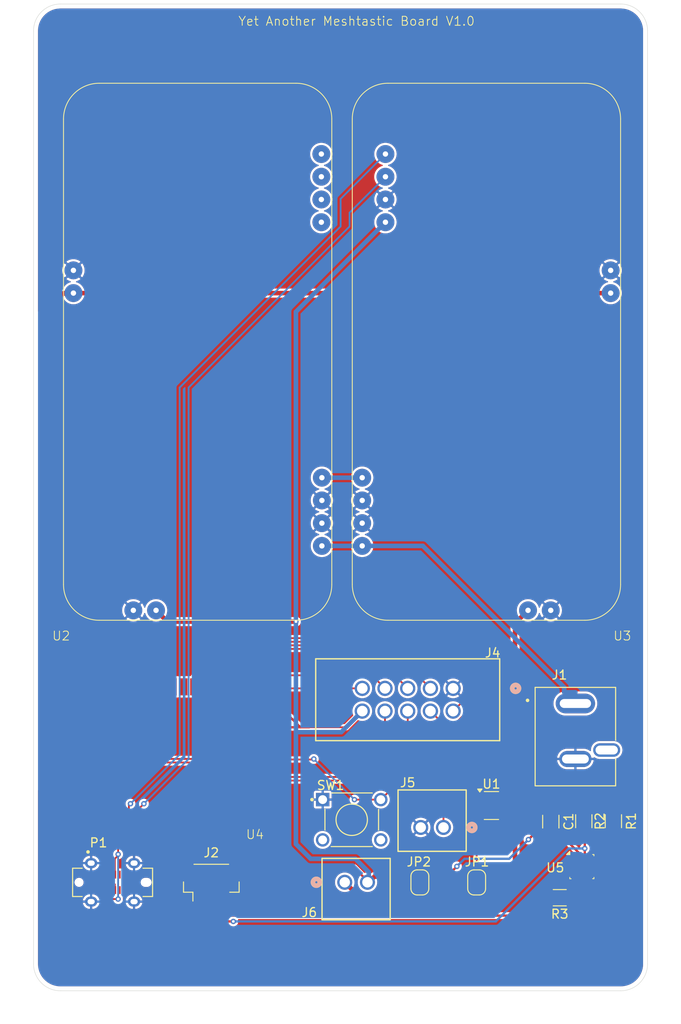
<source format=kicad_pcb>
(kicad_pcb (version 20241229) (generator "pcbnew") (generator_version "9.0")
  (layers (0 "F.Cu" signal) (2 "B.Cu" signal) (13 "F.Paste" user) (15 "B.Paste" user) (5 "F.SilkS" user "F.Silkscreen") (7 "B.SilkS" user "B.Silkscreen") (1 "F.Mask" user) (3 "B.Mask" user) (25 "Edge.Cuts" user))
  (net 0 "")
  (net 2 "+3.3V")
  (net 3 "GND")
  (net 5 "RESET")
  (net 6 "SDA")
  (net 7 "SCL")
  (net 8 "AIN2")
  (net 9 "SW2")
  (net 10 "LED2")
  (net 11 "LED1")
  (net 12 "AIN3")
  (net 13 "SW1")
  (net 14 "7-20V")
  (net 15 "USB-")
  (net 16 "UART_TX")
  (net 17 "USB+")
  (net 18 "UAART_RX")
  (net 21 "+BATT")
  (net 34 "/WATCHDOG")
  (net 39 "THRU")
  (net 52 "3V3")
  (net 53 "VBUS")
  (net 57 "/BMEADDRESS")
  (footprint "Resistor_SMD:R_1206_3216Metric_Pad1.30x1.75mm_HandSolder" (layer "F.Cu") (at 168.19 103.8 -90)
    (property "Reference" "R2" (at 0 -1.81 90) (layer "F.SilkS"))
    (property "Value" "4.7K")
    (pad "1" smd roundrect (at -1.55 0 270) (size 1.3 1.75) (layers "F.Cu" "F.Mask" "F.Paste") (roundrect_rratio 0.192308) (net 52 "3V3"))
    (pad "2" smd roundrect (at 1.55 0 270) (size 1.3 1.75) (layers "F.Cu" "F.Mask" "F.Paste") (roundrect_rratio 0.192308) (net 6 "SDA"))
  )
  (footprint "Andy_Footprints:Voltaic_MCSBC" (layer "F.Cu") (at 141.0115 82.35 180)
    (property "Reference" "U2" (at 31.2615 -0.75 0) (layer "F.SilkS") (effects (font (thickness 0.1))))
    (property "Value" "MCSBC")
    (pad "1" thru_hole circle (at 29.891999 37.551999 180) (size 2 2) (drill 0.6) (layers "*.Cu" "*.Mask") (net 21 "+BATT"))
    (pad "2" thru_hole circle (at 29.891999 40.091999 180) (size 2 2) (drill 0.6) (layers "*.Cu" "*.Mask") (net 3 "GND"))
    (pad "3" thru_hole circle (at 23.191999 2.107999 180) (size 2 2) (drill 0.6) (layers "*.Cu" "*.Mask") (net 3 "GND"))
    (pad "4" thru_hole circle (at 20.651999 2.107999 180) (size 2 2) (drill 0.6) (layers "*.Cu" "*.Mask") (net 52 "3V3"))
    (pad "5" thru_hole circle (at 2.107999 9.307999 180) (size 2 2) (drill 0.6) (layers "*.Cu" "*.Mask") (net 14 "7-20V"))
    (pad "6" thru_hole circle (at 2.107999 14.387999 180) (size 2 2) (drill 0.6) (layers "*.Cu" "*.Mask") (net 3 "GND"))
    (pad "7" thru_hole circle (at 2.107999 11.847999 180) (size 2 2) (drill 0.6) (layers "*.Cu" "*.Mask") (net 3 "GND"))
    (pad "8" thru_hole circle (at 2.107999 16.927999 180) (size 2 2) (drill 0.6) (layers "*.Cu" "*.Mask") (net 39 "THRU"))
    (pad "9" thru_hole circle (at 2.167999 45.471999 180) (size 2 2) (drill 0.6) (layers "*.Cu" "*.Mask"))
    (pad "10" thru_hole circle (at 2.167999 48.011999 180) (size 2 2) (drill 0.6) (layers "*.Cu" "*.Mask"))
    (pad "11" thru_hole circle (at 2.167999 50.551999 180) (size 2 2) (drill 0.6) (layers "*.Cu" "*.Mask"))
    (pad "12" thru_hole circle (at 2.167999 53.091999 180) (size 2 2) (drill 0.6) (layers "*.Cu" "*.Mask"))
  )
  (footprint "Capacitor_SMD:C_1206_3216Metric_Pad1.33x1.80mm_HandSolder" (layer "F.Cu") (at 164.5 103.85 90)
    (property "Reference" "C1" (at 0 2 90) (layer "F.SilkS"))
    (property "Value" "100n")
    (pad "1" smd roundrect (at -1.5625 0 90) (size 1.325 1.8) (layers "F.Cu" "F.Mask" "F.Paste") (roundrect_rratio 0.188679) (net 52 "3V3"))
    (pad "2" smd roundrect (at 1.5625 0 90) (size 1.325 1.8) (layers "F.Cu" "F.Mask" "F.Paste") (roundrect_rratio 0.188679) (net 3 "GND"))
  )
  (footprint "Andy_Footprints:SAMESKY_UJ20-C-V-G-SMT-P16-TR" (layer "F.Cu") (at 115.5 110.635)
    (property "Reference" "P1" (at -1.575 -4.425 0) (layer "F.SilkS"))
    (property "Value" "USB_C_Plug_USB2.0")
    (pad "" np_thru_hole circle (at -3.75 0) (size 0.52 0.52) (drill 0.52) (layers "*.Cu" "*.Mask"))
    (pad "" np_thru_hole circle (at 3.75 0) (size 0.52 0.52) (drill oval 0.725 0.52) (layers "*.Cu" "*.Mask"))
    (pad "A1" smd rect (at -2.75 -0.865) (size 0.3 0.87) (layers "F.Cu" "F.Mask" "F.Paste") (net 3 "GND"))
    (pad "A4" smd rect (at -1.25 -0.865) (size 0.3 0.87) (layers "F.Cu" "F.Mask" "F.Paste") (net 53 "VBUS"))
    (pad "A5" smd rect (at -0.75 -0.865) (size 0.3 0.87) (layers "F.Cu" "F.Mask" "F.Paste"))
    (pad "A6" smd rect (at -0.25 -0.865) (size 0.3 0.87) (layers "F.Cu" "F.Mask" "F.Paste") (net 15 "USB-"))
    (pad "A7" smd rect (at 0.25 -0.865) (size 0.3 0.87) (layers "F.Cu" "F.Mask" "F.Paste") (net 17 "USB+"))
    (pad "A8" smd rect (at 0.75 -0.865) (size 0.3 0.87) (layers "F.Cu" "F.Mask" "F.Paste"))
    (pad "A9" smd rect (at 1.25 -0.865) (size 0.3 0.87) (layers "F.Cu" "F.Mask" "F.Paste") (net 53 "VBUS"))
    (pad "A12" smd rect (at 2.75 -0.865) (size 0.3 0.87) (layers "F.Cu" "F.Mask" "F.Paste") (net 3 "GND"))
    (pad "B1" smd rect (at 2.75 0.865) (size 0.3 0.87) (layers "F.Cu" "F.Mask" "F.Paste") (net 3 "GND"))
    (pad "B4" smd rect (at 1.25 0.865) (size 0.3 0.87) (layers "F.Cu" "F.Mask" "F.Paste") (net 53 "VBUS"))
    (pad "B5" smd rect (at 0.75 0.865) (size 0.3 0.87) (layers "F.Cu" "F.Mask" "F.Paste"))
    (pad "B6" smd rect (at 0.25 0.865) (size 0.3 0.87) (layers "F.Cu" "F.Mask" "F.Paste") (net 15 "USB-"))
    (pad "B7" smd rect (at -0.25 0.865) (size 0.3 0.87) (layers "F.Cu" "F.Mask" "F.Paste") (net 17 "USB+"))
    (pad "B8" smd rect (at -0.75 0.865) (size 0.3 0.87) (layers "F.Cu" "F.Mask" "F.Paste"))
    (pad "B9" smd rect (at -1.25 0.865) (size 0.3 0.87) (layers "F.Cu" "F.Mask" "F.Paste") (net 53 "VBUS"))
    (pad "B12" smd rect (at -2.75 0.865) (size 0.3 0.87) (layers "F.Cu" "F.Mask" "F.Paste") (net 3 "GND"))
    (pad "SH1" thru_hole custom (at -2.4 -2.15) (size 1.1 1.1) (drill oval 0.8 0.6) (layers "*.Cu") (net 3 "GND") (options (clearance outline) (anchor circle)) (primitives (gr_poly (pts (xy 0 -0.55) (xy -0.125 -0.55) (xy -0.154 -0.549) (xy -0.182 -0.547) (xy -0.211 -0.543) (xy -0.239 -0.538) (xy -0.267 -0.531) (xy -0.295 -0.523) (xy -0.322 -0.513) (xy -0.349 -0.502) (xy -0.375 -0.49) (xy -0.4 -0.476) (xy -0.425 -0.461) (xy -0.448 -0.445) (xy -0.471 -0.427) (xy -0.493 -0.409) (xy -0.514 -0.389) (xy -0.534 -0.368) (xy -0.552 -0.346) (xy -0.57 -0.323) (xy -0.586 -0.3) (xy -0.601 -0.275) (xy -0.615 -0.25) (xy -0.627 -0.224) (xy -0.638 -0.197) (xy -0.648 -0.17) (xy -0.656 -0.142) (xy -0.663 -0.114) (xy -0.668 -0.086) (xy -0.672 -0.057) (xy -0.674 -0.029) (xy -0.675 0) (xy -0.674 0.029) (xy -0.672 0.057) (xy -0.668 0.086) (xy -0.663 0.114) (xy -0.656 0.142) (xy -0.648 0.17) (xy -0.638 0.197) (xy -0.627 0.224) (xy -0.615 0.25) (xy -0.601 0.275) (xy -0.586 0.3) (xy -0.57 0.323) (xy -0.552 0.346) (xy -0.534 0.368) (xy -0.514 0.389) (xy -0.493 0.409) (xy -0.471 0.427) (xy -0.448 0.445) (xy -0.425 0.461) (xy -0.4 0.476) (xy -0.375 0.49) (xy -0.349 0.502) (xy -0.322 0.513) (xy -0.295 0.523) (xy -0.267 0.531) (xy -0.239 0.538) (xy -0.211 0.543) (xy -0.182 0.547) (xy -0.154 0.549) (xy -0.125 0.55) (xy 0 0.55) (xy 0.125 0.55) (xy 0.154 0.549) (xy 0.182 0.547) (xy 0.211 0.543) (xy 0.239 0.538) (xy 0.267 0.531) (xy 0.295 0.523) (xy 0.322 0.513) (xy 0.349 0.502) (xy 0.375 0.49) (xy 0.4 0.476) (xy 0.425 0.461) (xy 0.448 0.445) (xy 0.471 0.427) (xy 0.493 0.409) (xy 0.514 0.389) (xy 0.534 0.368) (xy 0.552 0.346) (xy 0.57 0.323) (xy 0.586 0.3) (xy 0.601 0.275) (xy 0.615 0.25) (xy 0.627 0.224) (xy 0.638 0.197) (xy 0.648 0.17) (xy 0.656 0.142) (xy 0.663 0.114) (xy 0.668 0.086) (xy 0.672 0.057) (xy 0.674 0.029) (xy 0.675 0) (xy 0.674 -0.029) (xy 0.672 -0.057) (xy 0.668 -0.086) (xy 0.663 -0.114) (xy 0.656 -0.142) (xy 0.648 -0.17) (xy 0.638 -0.197) (xy 0.627 -0.224) (xy 0.615 -0.25) (xy 0.601 -0.275) (xy 0.586 -0.3) (xy 0.57 -0.323) (xy 0.552 -0.346) (xy 0.534 -0.368) (xy 0.514 -0.389) (xy 0.493 -0.409) (xy 0.471 -0.427) (xy 0.448 -0.445) (xy 0.425 -0.461) (xy 0.4 -0.476) (xy 0.375 -0.49) (xy 0.349 -0.502) (xy 0.322 -0.513) (xy 0.295 -0.523) (xy 0.267 -0.531) (xy 0.239 -0.538) (xy 0.211 -0.543) (xy 0.182 -0.547) (xy 0.154 -0.549) (xy 0.125 -0.55) (xy 0 -0.55)) (width 0.01) (fill yes))))
    (pad "SH2" thru_hole custom (at 2.4 -2.15) (size 1.1 1.1) (drill oval 0.8 0.6) (layers "*.Cu") (net 3 "GND") (options (clearance outline) (anchor circle)) (primitives (gr_poly (pts (xy 0 -0.55) (xy -0.125 -0.55) (xy -0.154 -0.549) (xy -0.182 -0.547) (xy -0.211 -0.543) (xy -0.239 -0.538) (xy -0.267 -0.531) (xy -0.295 -0.523) (xy -0.322 -0.513) (xy -0.349 -0.502) (xy -0.375 -0.49) (xy -0.4 -0.476) (xy -0.425 -0.461) (xy -0.448 -0.445) (xy -0.471 -0.427) (xy -0.493 -0.409) (xy -0.514 -0.389) (xy -0.534 -0.368) (xy -0.552 -0.346) (xy -0.57 -0.323) (xy -0.586 -0.3) (xy -0.601 -0.275) (xy -0.615 -0.25) (xy -0.627 -0.224) (xy -0.638 -0.197) (xy -0.648 -0.17) (xy -0.656 -0.142) (xy -0.663 -0.114) (xy -0.668 -0.086) (xy -0.672 -0.057) (xy -0.674 -0.029) (xy -0.675 0) (xy -0.674 0.029) (xy -0.672 0.057) (xy -0.668 0.086) (xy -0.663 0.114) (xy -0.656 0.142) (xy -0.648 0.17) (xy -0.638 0.197) (xy -0.627 0.224) (xy -0.615 0.25) (xy -0.601 0.275) (xy -0.586 0.3) (xy -0.57 0.323) (xy -0.552 0.346) (xy -0.534 0.368) (xy -0.514 0.389) (xy -0.493 0.409) (xy -0.471 0.427) (xy -0.448 0.445) (xy -0.425 0.461) (xy -0.4 0.476) (xy -0.375 0.49) (xy -0.349 0.502) (xy -0.322 0.513) (xy -0.295 0.523) (xy -0.267 0.531) (xy -0.239 0.538) (xy -0.211 0.543) (xy -0.182 0.547) (xy -0.154 0.549) (xy -0.125 0.55) (xy 0 0.55) (xy 0.125 0.55) (xy 0.154 0.549) (xy 0.182 0.547) (xy 0.211 0.543) (xy 0.239 0.538) (xy 0.267 0.531) (xy 0.295 0.523) (xy 0.322 0.513) (xy 0.349 0.502) (xy 0.375 0.49) (xy 0.4 0.476) (xy 0.425 0.461) (xy 0.448 0.445) (xy 0.471 0.427) (xy 0.493 0.409) (xy 0.514 0.389) (xy 0.534 0.368) (xy 0.552 0.346) (xy 0.57 0.323) (xy 0.586 0.3) (xy 0.601 0.275) (xy 0.615 0.25) (xy 0.627 0.224) (xy 0.638 0.197) (xy 0.648 0.17) (xy 0.656 0.142) (xy 0.663 0.114) (xy 0.668 0.086) (xy 0.672 0.057) (xy 0.674 0.029) (xy 0.675 0) (xy 0.674 -0.029) (xy 0.672 -0.057) (xy 0.668 -0.086) (xy 0.663 -0.114) (xy 0.656 -0.142) (xy 0.648 -0.17) (xy 0.638 -0.197) (xy 0.627 -0.224) (xy 0.615 -0.25) (xy 0.601 -0.275) (xy 0.586 -0.3) (xy 0.57 -0.323) (xy 0.552 -0.346) (xy 0.534 -0.368) (xy 0.514 -0.389) (xy 0.493 -0.409) (xy 0.471 -0.427) (xy 0.448 -0.445) (xy 0.425 -0.461) (xy 0.4 -0.476) (xy 0.375 -0.49) (xy 0.349 -0.502) (xy 0.322 -0.513) (xy 0.295 -0.523) (xy 0.267 -0.531) (xy 0.239 -0.538) (xy 0.211 -0.543) (xy 0.182 -0.547) (xy 0.154 -0.549) (xy 0.125 -0.55) (xy 0 -0.55)) (width 0.01) (fill yes))))
    (pad "SH3" thru_hole custom (at -2.4 2.15) (size 1.1 1.1) (drill oval 0.8 0.6) (layers "*.Cu") (net 3 "GND") (options (clearance outline) (anchor circle)) (primitives (gr_poly (pts (xy 0 -0.55) (xy -0.125 -0.55) (xy -0.154 -0.549) (xy -0.182 -0.547) (xy -0.211 -0.543) (xy -0.239 -0.538) (xy -0.267 -0.531) (xy -0.295 -0.523) (xy -0.322 -0.513) (xy -0.349 -0.502) (xy -0.375 -0.49) (xy -0.4 -0.476) (xy -0.425 -0.461) (xy -0.448 -0.445) (xy -0.471 -0.427) (xy -0.493 -0.409) (xy -0.514 -0.389) (xy -0.534 -0.368) (xy -0.552 -0.346) (xy -0.57 -0.323) (xy -0.586 -0.3) (xy -0.601 -0.275) (xy -0.615 -0.25) (xy -0.627 -0.224) (xy -0.638 -0.197) (xy -0.648 -0.17) (xy -0.656 -0.142) (xy -0.663 -0.114) (xy -0.668 -0.086) (xy -0.672 -0.057) (xy -0.674 -0.029) (xy -0.675 0) (xy -0.674 0.029) (xy -0.672 0.057) (xy -0.668 0.086) (xy -0.663 0.114) (xy -0.656 0.142) (xy -0.648 0.17) (xy -0.638 0.197) (xy -0.627 0.224) (xy -0.615 0.25) (xy -0.601 0.275) (xy -0.586 0.3) (xy -0.57 0.323) (xy -0.552 0.346) (xy -0.534 0.368) (xy -0.514 0.389) (xy -0.493 0.409) (xy -0.471 0.427) (xy -0.448 0.445) (xy -0.425 0.461) (xy -0.4 0.476) (xy -0.375 0.49) (xy -0.349 0.502) (xy -0.322 0.513) (xy -0.295 0.523) (xy -0.267 0.531) (xy -0.239 0.538) (xy -0.211 0.543) (xy -0.182 0.547) (xy -0.154 0.549) (xy -0.125 0.55) (xy 0 0.55) (xy 0.125 0.55) (xy 0.154 0.549) (xy 0.182 0.547) (xy 0.211 0.543) (xy 0.239 0.538) (xy 0.267 0.531) (xy 0.295 0.523) (xy 0.322 0.513) (xy 0.349 0.502) (xy 0.375 0.49) (xy 0.4 0.476) (xy 0.425 0.461) (xy 0.448 0.445) (xy 0.471 0.427) (xy 0.493 0.409) (xy 0.514 0.389) (xy 0.534 0.368) (xy 0.552 0.346) (xy 0.57 0.323) (xy 0.586 0.3) (xy 0.601 0.275) (xy 0.615 0.25) (xy 0.627 0.224) (xy 0.638 0.197) (xy 0.648 0.17) (xy 0.656 0.142) (xy 0.663 0.114) (xy 0.668 0.086) (xy 0.672 0.057) (xy 0.674 0.029) (xy 0.675 0) (xy 0.674 -0.029) (xy 0.672 -0.057) (xy 0.668 -0.086) (xy 0.663 -0.114) (xy 0.656 -0.142) (xy 0.648 -0.17) (xy 0.638 -0.197) (xy 0.627 -0.224) (xy 0.615 -0.25) (xy 0.601 -0.275) (xy 0.586 -0.3) (xy 0.57 -0.323) (xy 0.552 -0.346) (xy 0.534 -0.368) (xy 0.514 -0.389) (xy 0.493 -0.409) (xy 0.471 -0.427) (xy 0.448 -0.445) (xy 0.425 -0.461) (xy 0.4 -0.476) (xy 0.375 -0.49) (xy 0.349 -0.502) (xy 0.322 -0.513) (xy 0.295 -0.523) (xy 0.267 -0.531) (xy 0.239 -0.538) (xy 0.211 -0.543) (xy 0.182 -0.547) (xy 0.154 -0.549) (xy 0.125 -0.55) (xy 0 -0.55)) (width 0.01) (fill yes))))
    (pad "SH4" thru_hole custom (at 2.4 2.15) (size 1.1 1.1) (drill oval 0.8 0.6) (layers "*.Cu") (net 3 "GND") (options (clearance outline) (anchor circle)) (primitives (gr_poly (pts (xy 0 -0.55) (xy -0.125 -0.55) (xy -0.154 -0.549) (xy -0.182 -0.547) (xy -0.211 -0.543) (xy -0.239 -0.538) (xy -0.267 -0.531) (xy -0.295 -0.523) (xy -0.322 -0.513) (xy -0.349 -0.502) (xy -0.375 -0.49) (xy -0.4 -0.476) (xy -0.425 -0.461) (xy -0.448 -0.445) (xy -0.471 -0.427) (xy -0.493 -0.409) (xy -0.514 -0.389) (xy -0.534 -0.368) (xy -0.552 -0.346) (xy -0.57 -0.323) (xy -0.586 -0.3) (xy -0.601 -0.275) (xy -0.615 -0.25) (xy -0.627 -0.224) (xy -0.638 -0.197) (xy -0.648 -0.17) (xy -0.656 -0.142) (xy -0.663 -0.114) (xy -0.668 -0.086) (xy -0.672 -0.057) (xy -0.674 -0.029) (xy -0.675 0) (xy -0.674 0.029) (xy -0.672 0.057) (xy -0.668 0.086) (xy -0.663 0.114) (xy -0.656 0.142) (xy -0.648 0.17) (xy -0.638 0.197) (xy -0.627 0.224) (xy -0.615 0.25) (xy -0.601 0.275) (xy -0.586 0.3) (xy -0.57 0.323) (xy -0.552 0.346) (xy -0.534 0.368) (xy -0.514 0.389) (xy -0.493 0.409) (xy -0.471 0.427) (xy -0.448 0.445) (xy -0.425 0.461) (xy -0.4 0.476) (xy -0.375 0.49) (xy -0.349 0.502) (xy -0.322 0.513) (xy -0.295 0.523) (xy -0.267 0.531) (xy -0.239 0.538) (xy -0.211 0.543) (xy -0.182 0.547) (xy -0.154 0.549) (xy -0.125 0.55) (xy 0 0.55) (xy 0.125 0.55) (xy 0.154 0.549) (xy 0.182 0.547) (xy 0.211 0.543) (xy 0.239 0.538) (xy 0.267 0.531) (xy 0.295 0.523) (xy 0.322 0.513) (xy 0.349 0.502) (xy 0.375 0.49) (xy 0.4 0.476) (xy 0.425 0.461) (xy 0.448 0.445) (xy 0.471 0.427) (xy 0.493 0.409) (xy 0.514 0.389) (xy 0.534 0.368) (xy 0.552 0.346) (xy 0.57 0.323) (xy 0.586 0.3) (xy 0.601 0.275) (xy 0.615 0.25) (xy 0.627 0.224) (xy 0.638 0.197) (xy 0.648 0.17) (xy 0.656 0.142) (xy 0.663 0.114) (xy 0.668 0.086) (xy 0.672 0.057) (xy 0.674 0.029) (xy 0.675 0) (xy 0.674 -0.029) (xy 0.672 -0.057) (xy 0.668 -0.086) (xy 0.663 -0.114) (xy 0.656 -0.142) (xy 0.648 -0.17) (xy 0.638 -0.197) (xy 0.627 -0.224) (xy 0.615 -0.25) (xy 0.601 -0.275) (xy 0.586 -0.3) (xy 0.57 -0.323) (xy 0.552 -0.346) (xy 0.534 -0.368) (xy 0.514 -0.389) (xy 0.493 -0.409) (xy 0.471 -0.427) (xy 0.448 -0.445) (xy 0.425 -0.461) (xy 0.4 -0.476) (xy 0.375 -0.49) (xy 0.349 -0.502) (xy 0.322 -0.513) (xy 0.295 -0.523) (xy 0.267 -0.531) (xy 0.239 -0.538) (xy 0.211 -0.543) (xy 0.182 -0.547) (xy 0.154 -0.549) (xy 0.125 -0.55) (xy 0 -0.55)) (width 0.01) (fill yes))))
  )
  (footprint "Andy_Footprints:CUI_PJ-044A" (layer "F.Cu") (at 167.25 94.35)
    (property "Reference" "J1" (at -1.78101 -6.88854 0) (layer "F.SilkS") (effects (font (size 1.001276 1.001276))))
    (property "Value" "Barrel_Jack")
    (pad "1" thru_hole oval (at 0 -3.7) (size 4.4 2.2) (drill oval 3.5 1) (layers "*.Cu" "*.Mask") (net 14 "7-20V"))
    (pad "2" thru_hole oval (at 0 2.5) (size 3.6 1.8) (drill oval 3 1) (layers "*.Cu" "*.Mask") (net 3 "GND"))
    (pad "3" thru_hole oval (at 3.5 1.5) (size 3.016 1.508) (drill oval 2.5 1) (layers "*.Cu" "*.Mask"))
  )
  (footprint "Jumper:SolderJumper-2_P1.3mm_Open_RoundedPad1.0x1.5mm" (layer "F.Cu") (at 156.21 110.64 90)
    (property "Reference" "JP1" (at 2.29 0.04 180) (layer "F.SilkS"))
    (property "Value" "WATCHDOG_ENABLE")
    (pad "1" smd custom (at -0.65 0 90) (size 1 0.5) (layers "F.Cu" "F.Mask") (net 52 "3V3") (options (clearance outline) (anchor rect)) (primitives (gr_circle (center 0 0.25) (end 0.5 0.25) (width 0) (fill yes)) (gr_circle (center 0 -0.25) (end 0.5 -0.25) (width 0) (fill yes)) (gr_poly (pts (xy 0.5 0.75) (xy 0 0.75) (xy 0 -0.75) (xy 0.5 -0.75)) (width 0) (fill yes))))
    (pad "2" smd custom (at 0.65 0 90) (size 1 0.5) (layers "F.Cu" "F.Mask") (net 34 "/WATCHDOG") (options (clearance outline) (anchor rect)) (primitives (gr_circle (center 0 0.25) (end 0.5 0.25) (width 0) (fill yes)) (gr_circle (center 0 -0.25) (end 0.5 -0.25) (width 0) (fill yes)) (gr_poly (pts (xy 0 0.75) (xy -0.5 0.75) (xy -0.5 -0.75) (xy 0 -0.75)) (width 0) (fill yes))))
  )
  (footprint "Button_Switch_THT:SW_1825910-6-4" (layer "F.Cu") (at 142.24 103.64)
    (property "Reference" "SW1" (at -2.3627 -3.844398 0) (layer "F.SilkS"))
    (property "Value" "RESET")
    (pad "1" thru_hole rect (at -3.25 -2.25) (size 1.498 1.498) (drill 0.99) (layers "*.Cu" "*.Mask") (net 3 "GND"))
    (pad "2" thru_hole circle (at 3.25 -2.25) (size 1.498 1.498) (drill 0.99) (layers "*.Cu" "*.Mask") (net 5 "RESET"))
    (pad "3" thru_hole circle (at -3.25 2.25) (size 1.498 1.498) (drill 0.99) (layers "*.Cu" "*.Mask"))
    (pad "4" thru_hole circle (at 3.25 2.25) (size 1.498 1.498) (drill 0.99) (layers "*.Cu" "*.Mask"))
  )
  (footprint "Jumper:SolderJumper-2_P1.3mm_Open_RoundedPad1.0x1.5mm" (layer "F.Cu") (at 149.86 110.64 90)
    (property "Reference" "JP2" (at 2.29 -0.11 180) (layer "F.SilkS"))
    (property "Value" "PWR_SW_BYPASS")
    (pad "1" smd custom (at -0.65 0 90) (size 1 0.5) (layers "F.Cu" "F.Mask") (net 2 "+3.3V") (options (clearance outline) (anchor rect)) (primitives (gr_circle (center 0 0.25) (end 0.5 0.25) (width 0) (fill yes)) (gr_circle (center 0 -0.25) (end 0.5 -0.25) (width 0) (fill yes)) (gr_poly (pts (xy 0.5 0.75) (xy 0 0.75) (xy 0 -0.75) (xy 0.5 -0.75)) (width 0) (fill yes))))
    (pad "2" smd custom (at 0.65 0 90) (size 1 0.5) (layers "F.Cu" "F.Mask") (net 52 "3V3") (options (clearance outline) (anchor rect)) (primitives (gr_circle (center 0 0.25) (end 0.5 0.25) (width 0) (fill yes)) (gr_circle (center 0 -0.25) (end 0.5 -0.25) (width 0) (fill yes)) (gr_poly (pts (xy 0 0.75) (xy -0.5 0.75) (xy -0.5 -0.75) (xy 0 -0.75)) (width 0) (fill yes))))
  )
  (footprint "Andy_Footprints:RAK4630" (layer "F.Cu") (at 121.92 97.29 180)
    (property "Reference" "U4" (at -9.5 -8 0) (layer "F.SilkS") (effects (font (thickness 0.1))))
    (property "Value" "RAK4630")
    (pad "1" smd rect (at 8.200002 -6.300001 180) (size 0.9 1.9) (layers "F.Cu" "F.Mask" "F.Paste") (net 53 "VBUS"))
    (pad "2" smd rect (at 7 -6.300001 180) (size 0.9 1.9) (layers "F.Cu" "F.Mask" "F.Paste") (net 15 "USB-"))
    (pad "3" smd rect (at 5.8 -6.300001 180) (size 0.9 1.9) (layers "F.Cu" "F.Mask" "F.Paste") (net 17 "USB+"))
    (pad "4" smd rect (at 4.6 -6.300001 180) (size 0.9 1.9) (layers "F.Cu" "F.Mask" "F.Paste") (net 6 "SDA"))
    (pad "5" smd rect (at 3.4 -6.300001 180) (size 0.9 1.9) (layers "F.Cu" "F.Mask" "F.Paste") (net 7 "SCL"))
    (pad "6" smd rect (at 2.2 -6.3 180) (size 0.9 1.9) (layers "F.Cu" "F.Mask" "F.Paste"))
    (pad "7" smd rect (at 1 -6.3 180) (size 0.9 1.9) (layers "F.Cu" "F.Mask" "F.Paste"))
    (pad "8" smd rect (at -0.2 -6.3 180) (size 0.9 1.9) (layers "F.Cu" "F.Mask" "F.Paste"))
    (pad "9" smd rect (at -1.4 -6.3 180) (size 0.9 1.9) (layers "F.Cu" "F.Mask" "F.Paste") (net 18 "UAART_RX"))
    (pad "10" smd rect (at -2.6 -6.3 180) (size 0.9 1.9) (layers "F.Cu" "F.Mask" "F.Paste") (net 16 "UART_TX"))
    (pad "11" smd rect (at -3.8 -6.3 180) (size 0.9 1.9) (layers "F.Cu" "F.Mask" "F.Paste"))
    (pad "12" smd rect (at -5 -6.3 180) (size 0.9 1.9) (layers "F.Cu" "F.Mask" "F.Paste"))
    (pad "13" smd rect (at -6.2 -6.3 180) (size 0.9 1.9) (layers "F.Cu" "F.Mask" "F.Paste"))
    (pad "14" smd rect (at -11.5 -4.418 180) (size 1.9 0.9) (layers "F.Cu" "F.Mask" "F.Paste") (net 3 "GND"))
    (pad "15" smd rect (at -11.499997 -3.218002 180) (size 1.9 0.9) (layers "F.Cu" "F.Mask" "F.Paste"))
    (pad "16" smd rect (at -11.499997 -0.818002 180) (size 1.9 0.9) (layers "F.Cu" "F.Mask" "F.Paste") (net 3 "GND"))
    (pad "17" smd rect (at -11.499997 0.381998 180) (size 1.9 0.9) (layers "F.Cu" "F.Mask" "F.Paste") (net 5 "RESET"))
    (pad "18" smd rect (at -11.499997 1.581998 180) (size 1.9 0.9) (layers "F.Cu" "F.Mask" "F.Paste"))
    (pad "19" smd rect (at -11.499997 2.781998 180) (size 1.9 0.9) (layers "F.Cu" "F.Mask" "F.Paste"))
    (pad "20" smd rect (at -11.499997 3.981998 180) (size 1.9 0.9) (layers "F.Cu" "F.Mask" "F.Paste") (net 52 "3V3"))
    (pad "21" smd rect (at -11.499997 5.181998 180) (size 1.9 0.9) (layers "F.Cu" "F.Mask" "F.Paste") (net 52 "3V3"))
    (pad "22" smd rect (at -11.499997 6.381998 180) (size 1.9 0.9) (layers "F.Cu" "F.Mask" "F.Paste") (net 3 "GND"))
    (pad "23" smd rect (at -8.700001 8.499998 180) (size 0.9 1.9) (layers "F.Cu" "F.Mask" "F.Paste"))
    (pad "24" smd rect (at -7.5 8.499999 180) (size 0.9 1.9) (layers "F.Cu" "F.Mask" "F.Paste"))
    (pad "25" smd rect (at -6.3 8.499999 180) (size 0.9 1.9) (layers "F.Cu" "F.Mask" "F.Paste") (net 13 "SW1"))
    (pad "26" smd rect (at -5.1 8.499999 180) (size 0.9 1.9) (layers "F.Cu" "F.Mask" "F.Paste") (net 9 "SW2"))
    (pad "27" smd rect (at -3.9 8.499999 180) (size 0.9 1.9) (layers "F.Cu" "F.Mask" "F.Paste") (net 11 "LED1"))
    (pad "28" smd rect (at -2.7 8.499999 180) (size 0.9 1.9) (layers "F.Cu" "F.Mask" "F.Paste") (net 10 "LED2"))
    (pad "29" smd rect (at -1.5 8.5 180) (size 0.9 1.9) (layers "F.Cu" "F.Mask" "F.Paste"))
    (pad "30" smd rect (at -0.300001 8.499998 180) (size 0.9 1.9) (layers "F.Cu" "F.Mask" "F.Paste"))
    (pad "31" smd rect (at 0.899999 8.499998 180) (size 0.9 1.9) (layers "F.Cu" "F.Mask" "F.Paste"))
    (pad "32" smd rect (at 2.1 8.5 180) (size 0.9 1.9) (layers "F.Cu" "F.Mask" "F.Paste"))
    (pad "33" smd rect (at 3.3 8.499998 180) (size 0.9 1.9) (layers "F.Cu" "F.Mask" "F.Paste"))
    (pad "34" smd rect (at 4.5 8.499998 180) (size 0.9 1.9) (layers "F.Cu" "F.Mask" "F.Paste"))
    (pad "35" smd rect (at 5.7 8.499998 180) (size 0.9 1.9) (layers "F.Cu" "F.Mask" "F.Paste") (net 3 "GND"))
    (pad "36" smd rect (at 11.5 6.449 180) (size 1.9 0.9) (layers "F.Cu" "F.Mask" "F.Paste") (net 3 "GND"))
    (pad "37" smd rect (at 11.5 5.249 180) (size 1.9 0.9) (layers "F.Cu" "F.Mask" "F.Paste"))
    (pad "38" smd rect (at 11.500001 2.849 180) (size 1.9 0.9) (layers "F.Cu" "F.Mask" "F.Paste") (net 3 "GND"))
    (pad "39" smd rect (at 11.5 1.649 180) (size 1.9 0.9) (layers "F.Cu" "F.Mask" "F.Paste"))
    (pad "40" smd rect (at 11.5 0.449 180) (size 1.9 0.9) (layers "F.Cu" "F.Mask" "F.Paste") (net 12 "AIN3"))
    (pad "41" smd rect (at 11.5 -0.751 180) (size 1.9 0.9) (layers "F.Cu" "F.Mask" "F.Paste") (net 8 "AIN2"))
    (pad "42" smd rect (at 11.5 -1.951 180) (size 1.9 0.9) (layers "F.Cu" "F.Mask" "F.Paste") (net 3 "GND"))
    (pad "43" smd rect (at 11.5 -3.151 180) (size 1.9 0.9) (layers "F.Cu" "F.Mask" "F.Paste"))
    (pad "44" smd rect (at 11.5 -4.351 180) (size 1.9 0.9) (layers "F.Cu" "F.Mask" "F.Paste") (net 21 "+BATT"))
  )
  (footprint "Andy_Footprints:CONN_SDA-70543-xxxx_02_MOL" (layer "F.Cu") (at 141.46 110.625 180)
    (property "Reference" "J6" (at 3.96 -3.375 0) (layer "F.SilkS"))
    (property "Value" "Power_Switch")
    (pad "1" thru_hole circle (at 0 0 180) (size 1.6764 1.6764) (drill 1.1684) (layers "*.Cu" "*.Mask") (net 2 "+3.3V"))
    (pad "2" thru_hole circle (at -2.54 0 180) (size 1.6764 1.6764) (drill 1.1684) (layers "*.Cu" "*.Mask") (net 52 "3V3"))
  )
  (footprint "Package_LGA:Bosch_LGA-8_2.5x2.5mm_P0.65mm_ClockwisePinNumbering" (layer "F.Cu") (at 167.975 108.875)
    (property "Reference" "U5" (at -2.975 0.125 0) (layer "F.SilkS"))
    (property "Value" "BME280")
    (pad "1" smd rect (at -0.975 -1.025 90) (size 0.5 0.35) (layers "F.Cu" "F.Mask" "F.Paste") (net 3 "GND"))
    (pad "2" smd rect (at -0.325 -1.025 90) (size 0.5 0.35) (layers "F.Cu" "F.Mask" "F.Paste") (net 52 "3V3"))
    (pad "3" smd rect (at 0.325 -1.025 90) (size 0.5 0.35) (layers "F.Cu" "F.Mask" "F.Paste") (net 6 "SDA"))
    (pad "4" smd rect (at 0.975 -1.025 90) (size 0.5 0.35) (layers "F.Cu" "F.Mask" "F.Paste") (net 7 "SCL"))
    (pad "5" smd rect (at 0.975 1.025 90) (size 0.5 0.35) (layers "F.Cu" "F.Mask" "F.Paste") (net 57 "/BMEADDRESS"))
    (pad "6" smd rect (at 0.325 1.025 90) (size 0.5 0.35) (layers "F.Cu" "F.Mask" "F.Paste") (net 52 "3V3"))
    (pad "7" smd rect (at -0.325 1.025 90) (size 0.5 0.35) (layers "F.Cu" "F.Mask" "F.Paste") (net 3 "GND"))
    (pad "8" smd rect (at -0.975 1.025 90) (size 0.5 0.35) (layers "F.Cu" "F.Mask" "F.Paste") (net 52 "3V3"))
  )
  (footprint "Andy_Footprints:CONN_SDA-70543-xxxx_02_MOL" (layer "F.Cu") (at 152.5 104.5)
    (property "Reference" "J5" (at -4 -5 0) (layer "F.SilkS"))
    (property "Value" "Remote_Reset")
    (pad "1" thru_hole circle (at 0 0) (size 1.6764 1.6764) (drill 1.1684) (layers "*.Cu" "*.Mask") (net 5 "RESET"))
    (pad "2" thru_hole circle (at -2.54 0) (size 1.6764 1.6764) (drill 1.1684) (layers "*.Cu" "*.Mask") (net 3 "GND"))
  )
  (footprint "Resistor_SMD:R_1206_3216Metric_Pad1.30x1.75mm_HandSolder" (layer "F.Cu") (at 171.5 103.8 -90)
    (property "Reference" "R1" (at 0 -2 90) (layer "F.SilkS"))
    (property "Value" "4.7K")
    (pad "1" smd roundrect (at -1.55 0 270) (size 1.3 1.75) (layers "F.Cu" "F.Mask" "F.Paste") (roundrect_rratio 0.192308) (net 52 "3V3"))
    (pad "2" smd roundrect (at 1.55 0 270) (size 1.3 1.75) (layers "F.Cu" "F.Mask" "F.Paste") (roundrect_rratio 0.192308) (net 7 "SCL"))
  )
  (footprint "Connector_JST:JST_SH_BM04B-SRSS-TB_1x04-1MP_P1.00mm_Vertical" (layer "F.Cu") (at 126.54 110.625)
    (property "Reference" "J2" (at 0 -3.3 0) (layer "F.SilkS"))
    (property "Value" "I2C")
    (pad "1" smd roundrect (at -1.5 1.325) (size 0.6 1.55) (layers "F.Cu" "F.Mask" "F.Paste") (net 6 "SDA"))
    (pad "2" smd roundrect (at -0.5 1.325) (size 0.6 1.55) (layers "F.Cu" "F.Mask" "F.Paste") (net 7 "SCL"))
    (pad "3" smd roundrect (at 0.5 1.325) (size 0.6 1.55) (layers "F.Cu" "F.Mask" "F.Paste") (net 52 "3V3"))
    (pad "4" smd roundrect (at 1.5 1.325) (size 0.6 1.55) (layers "F.Cu" "F.Mask" "F.Paste") (net 3 "GND"))
    (pad "MP" smd roundrect (at -2.8 -1.2) (size 1.2 1.8) (layers "F.Cu" "F.Mask" "F.Paste") (roundrect_rratio 0.208333))
    (pad "MP" smd roundrect (at 2.8 -1.2) (size 1.2 1.8) (layers "F.Cu" "F.Mask" "F.Paste") (roundrect_rratio 0.208333))
  )
  (footprint "Resistor_SMD:R_1206_3216Metric_Pad1.30x1.75mm_HandSolder" (layer "F.Cu") (at 165.5 112.35 180)
    (property "Reference" "R3" (at 0 -1.83 0) (layer "F.SilkS"))
    (property "Value" "10K")
    (pad "1" smd roundrect (at -1.55 0 180) (size 1.3 1.75) (layers "F.Cu" "F.Mask" "F.Paste") (roundrect_rratio 0.192308) (net 57 "/BMEADDRESS"))
    (pad "2" smd roundrect (at 1.55 0 180) (size 1.3 1.75) (layers "F.Cu" "F.Mask" "F.Paste") (roundrect_rratio 0.192308) (net 3 "GND"))
  )
  (footprint "Andy_Footprints:CONN_7024610xx_MOL" (layer "F.Cu") (at 153.58 88.96 180)
    (property "Reference" "J4" (at -4.42 3.96 0) (layer "F.SilkS"))
    (property "Value" "HEADER_2.54")
    (pad "1" thru_hole circle (at 0 0 180) (size 1.7018 1.7018) (drill 1.1938) (layers "*.Cu" "*.Mask") (net 3 "GND"))
    (pad "2" thru_hole circle (at 2.54 0 180) (size 1.7018 1.7018) (drill 1.1938) (layers "*.Cu" "*.Mask") (net 9 "SW2"))
    (pad "3" thru_hole circle (at 5.08 0 180) (size 1.7018 1.7018) (drill 1.1938) (layers "*.Cu" "*.Mask") (net 13 "SW1"))
    (pad "4" thru_hole circle (at 7.62 0 180) (size 1.7018 1.7018) (drill 1.1938) (layers "*.Cu" "*.Mask") (net 12 "AIN3"))
    (pad "5" thru_hole circle (at 10.16 0 180) (size 1.7018 1.7018) (drill 1.1938) (layers "*.Cu" "*.Mask") (net 8 "AIN2"))
    (pad "6" thru_hole circle (at 0 -2.54 180) (size 1.7018 1.7018) (drill 1.1938) (layers "*.Cu" "*.Mask") (net 11 "LED1"))
    (pad "7" thru_hole circle (at 2.54 -2.54 180) (size 1.7018 1.7018) (drill 1.1938) (layers "*.Cu" "*.Mask") (net 10 "LED2"))
    (pad "8" thru_hole circle (at 5.08 -2.54 180) (size 1.7018 1.7018) (drill 1.1938) (layers "*.Cu" "*.Mask") (net 16 "UART_TX"))
    (pad "9" thru_hole circle (at 7.62 -2.54 180) (size 1.7018 1.7018) (drill 1.1938) (layers "*.Cu" "*.Mask") (net 18 "UAART_RX"))
    (pad "10" thru_hole circle (at 10.16 -2.54 180) (size 1.7018 1.7018) (drill 1.1938) (layers "*.Cu" "*.Mask") (net 52 "3V3"))
  )
  (footprint "Andy_Footprints:Voltaic_SVR" (layer "F.Cu") (at 141.302 20.35)
    (property "Reference" "U3" (at 31.198 62.75 0) (layer "F.SilkS") (effects (font (thickness 0.1))))
    (property "Value" "SVR")
    (pad "1" thru_hole circle (at 4.708 8.908) (size 2 2) (drill 0.6) (layers "*.Cu" "*.Mask") (net 6 "SDA"))
    (pad "2" thru_hole circle (at 4.708 11.448) (size 2 2) (drill 0.6) (layers "*.Cu" "*.Mask") (net 7 "SCL"))
    (pad "3" thru_hole circle (at 4.708 16.528) (size 2 2) (drill 0.6) (layers "*.Cu" "*.Mask") (net 52 "3V3"))
    (pad "4" thru_hole circle (at 29.892 21.908) (size 2 2) (drill 0.6) (layers "*.Cu" "*.Mask") (net 3 "GND"))
    (pad "5" thru_hole circle (at 29.892 24.448) (size 2 2) (drill 0.6) (layers "*.Cu" "*.Mask") (net 21 "+BATT"))
    (pad "6" thru_hole circle (at 2.108 47.612) (size 2 2) (drill 0.6) (layers "*.Cu" "*.Mask") (net 3 "GND"))
    (pad "7" thru_hole circle (at 2.108 50.152) (size 2 2) (drill 0.6) (layers "*.Cu" "*.Mask") (net 3 "GND"))
    (pad "8" thru_hole circle (at 2.108 52.692) (size 2 2) (drill 0.6) (layers "*.Cu" "*.Mask") (net 14 "7-20V"))
    (pad "9" thru_hole circle (at 20.652 59.892) (size 2 2) (drill 0.6) (layers "*.Cu" "*.Mask") (net 2 "+3.3V"))
    (pad "10" thru_hole circle (at 23.192 59.892) (size 2 2) (drill 0.6) (layers "*.Cu" "*.Mask") (net 3 "GND"))
    (pad "11" thru_hole circle (at 4.708 13.988) (size 2 2) (drill 0.6) (layers "*.Cu" "*.Mask") (net 3 "GND"))
    (pad "12" thru_hole circle (at 2.108 45.072) (size 2 2) (drill 0.6) (layers "*.Cu" "*.Mask") (net 39 "THRU"))
  )
  (footprint "Package_TO_SOT_SMD:SOT-23-6" (layer "F.Cu") (at 157.8625 102.05)
    (property "Reference" "U1" (at 0 -2.4 0) (layer "F.SilkS"))
    (property "Value" "TPS3808DBV")
    (pad "1" smd roundrect (at -1.1375 -0.95) (size 1.325 0.6) (layers "F.Cu" "F.Mask" "F.Paste") (net 5 "RESET"))
    (pad "2" smd roundrect (at -1.1375 0) (size 1.325 0.6) (layers "F.Cu" "F.Mask" "F.Paste") (net 3 "GND"))
    (pad "3" smd roundrect (at -1.1375 0.95) (size 1.325 0.6) (layers "F.Cu" "F.Mask" "F.Paste"))
    (pad "4" smd roundrect (at 1.1375 0.95) (size 1.325 0.6) (layers "F.Cu" "F.Mask" "F.Paste"))
    (pad "5" smd roundrect (at 1.1375 0) (size 1.325 0.6) (layers "F.Cu" "F.Mask" "F.Paste") (net 34 "/WATCHDOG"))
    (pad "6" smd roundrect (at 1.1375 -0.95) (size 1.325 0.6) (layers "F.Cu" "F.Mask" "F.Paste") (net 34 "/WATCHDOG"))
  )
  (gr_arc (start 106.66 15.5) (mid 107.53868 13.37868) (end 109.66 12.5) (stroke (width 0.05)) (layer "Edge.Cuts"))
  (gr_line (start 172.32 122.75) (end 109.66 122.75) (stroke (width 0.05)) (layer "Edge.Cuts"))
  (gr_line (start 109.66 12.5) (end 172.32 12.5) (stroke (width 0.05)) (layer "Edge.Cuts"))
  (gr_line (start 175.32 15.5) (end 175.32 119.75) (stroke (width 0.05)) (layer "Edge.Cuts"))
  (gr_arc (start 175.32 119.75) (mid 174.44132 121.87132) (end 172.32 122.75) (stroke (width 0.05)) (layer "Edge.Cuts"))
  (gr_arc (start 109.66 122.75) (mid 107.53868 121.87132) (end 106.66 119.75) (stroke (width 0.05)) (layer "Edge.Cuts"))
  (gr_line (start 106.66 119.75) (end 106.66 15.5) (stroke (width 0.05)) (layer "Edge.Cuts"))
  (gr_arc (start 172.32 12.5) (mid 174.44132 13.37868) (end 175.32 15.5) (stroke (width 0.05)) (layer "Edge.Cuts"))
  (gr_text "Yet Another Meshtastic Board V1.0" (at 129.5 15 0) (layer "F.SilkS") (effects (font (size 1 1) (thickness 0.1)) (justify left bottom)))
  (segment (start 149.86 111.29) (end 149.86 112.74) (width 0.508) (layer "F.Cu") (net 2))
  (segment (start 160.5 81.696) (end 160.5 110.35) (width 0.508) (layer "F.Cu") (net 2))
  (segment (start 143.685 112.85) (end 149.75 112.85) (width 0.508) (layer "F.Cu") (net 2))
  (segment (start 160.5 81.696) (end 161.954 80.242) (width 0.508) (layer "F.Cu") (net 2))
  (segment (start 160.5 110.35) (end 158 112.85) (width 0.508) (layer "F.Cu") (net 2))
  (segment (start 141.46 110.625) (end 143.685 112.85) (width 0.508) (layer "F.Cu") (net 2))
  (segment (start 158 112.85) (end 149.75 112.85) (width 0.508) (layer "F.Cu") (net 2))
  (segment (start 149.86 112.74) (end 149.75 112.85) (width 0.508) (layer "F.Cu") (net 2))
  (segment (start 110.42 99.241) (end 108.891 99.241) (width 0.508) (layer "F.Cu") (net 3))
  (segment (start 108.891 99.241) (end 108.75 99.1) (width 0.508) (layer "F.Cu") (net 3))
  (segment (start 133.419997 98.108002) (end 131.608002 98.108002) (width 0.2) (layer "F.Cu") (net 3))
  (segment (start 110.42 99.241) (end 112.109 99.241) (width 0.508) (layer "F.Cu") (net 3))
  (segment (start 112.109 99.241) (end 112.25 99.1) (width 0.508) (layer "F.Cu") (net 3))
  (segment (start 131.608002 98.108002) (end 131.5 98) (width 0.2) (layer "F.Cu") (net 3))
  (segment (start 133.419997 98.108002) (end 135.391998 98.108002) (width 0.2) (layer "F.Cu") (net 3))
  (segment (start 135.5 98) (end 135.391998 98.108002) (width 0.2) (layer "F.Cu") (net 3))
  (segment (start 138.058002 96.908002) (end 138 96.85) (width 0.2) (layer "F.Cu") (net 5))
  (segment (start 146.88 100) (end 145.49 101.39) (width 0.2) (layer "F.Cu") (net 5))
  (segment (start 142.54 101.39) (end 145.49 101.39) (width 0.2) (layer "F.Cu") (net 5))
  (segment (start 155.625 100) (end 152.5 100) (width 0.2) (layer "F.Cu") (net 5))
  (segment (start 156.725 101.1) (end 155.625 100) (width 0.2) (layer "F.Cu") (net 5))
  (segment (start 133.419997 96.908002) (end 138.058002 96.908002) (width 0.2) (layer "F.Cu") (net 5))
  (segment (start 152.5 100) (end 146.88 100) (width 0.2) (layer "F.Cu") (net 5))
  (segment (start 152.5 104.5) (end 152.5 100) (width 0.2) (layer "F.Cu") (net 5))
  (via (at 142.54 101.39) (size 0.6) (drill 0.3) (layers "F.Cu" "B.Cu") (net 5))
  (via (at 138 96.85) (size 0.6) (drill 0.3) (layers "F.Cu" "B.Cu") (net 5))
  (segment (start 138 96.85) (end 142.54 101.39) (width 0.2) (layer "B.Cu") (net 5))
  (segment (start 117.32 103.590001) (end 117.32 102.03) (width 0.2) (layer "F.Cu") (net 6))
  (segment (start 117.32 102.03) (end 117.5 101.85) (width 0.2) (layer "F.Cu") (net 6))
  (segment (start 117.32 103.590001) (end 117.32 104.92) (width 0.254) (layer "F.Cu") (net 6))
  (segment (start 129 115) (end 127 115) (width 0.254) (layer "F.Cu") (net 6))
  (segment (start 168.3 107.85) (end 168.3 106.85) (width 0.254) (layer "F.Cu") (net 6))
  (segment (start 124.5 108) (end 120.4 108) (width 0.254) (layer "F.Cu") (net 6))
  (segment (start 125.04 111.95) (end 125.04 108.54) (width 0.254) (layer "F.Cu") (net 6))
  (segment (start 125.04 108.54) (end 124.5 108) (width 0.254) (layer "F.Cu") (net 6))
  (segment (start 125 113) (end 125 111.99) (width 0.254) (layer "F.Cu") (net 6))
  (segment (start 168.3 106.85) (end 168.3 105.46) (width 0.254) (layer "F.Cu") (net 6))
  (segment (start 127 115) (end 125 113) (width 0.254) (layer "F.Cu") (net 6))
  (segment (start 120.4 108) (end 117.32 104.92) (width 0.254) (layer "F.Cu") (net 6))
  (via (at 117.5 101.85) (size 0.6) (drill 0.3) (layers "F.Cu" "B.Cu") (net 6))
  (via (at 129 115) (size 0.6) (drill 0.3) (layers "F.Cu" "B.Cu") (net 6))
  (via (at 168.3 106.85) (size 0.6) (drill 0.3) (layers "F.Cu" "B.Cu") (net 6))
  (segment (start 166.5 106.85) (end 168.3 106.85) (width 0.254) (layer "B.Cu") (net 6))
  (segment (start 141 37.35) (end 141 34.268) (width 0.2) (layer "B.Cu") (net 6))
  (segment (start 158.35 115) (end 166.5 106.85) (width 0.254) (layer "B.Cu") (net 6))
  (segment (start 141 34.268) (end 146.01 29.258) (width 0.2) (layer "B.Cu") (net 6))
  (segment (start 129 115) (end 158.35 115) (width 0.254) (layer "B.Cu") (net 6))
  (segment (start 117.5 101.85) (end 123 96.35) (width 0.2) (layer "B.Cu") (net 6))
  (segment (start 123 96.35) (end 123 55.35) (width 0.2) (layer "B.Cu") (net 6))
  (segment (start 123 55.35) (end 141 37.35) (width 0.2) (layer "B.Cu") (net 6))
  (segment (start 118.52 103.590001) (end 118.52 102.33) (width 0.2) (layer "F.Cu") (net 7))
  (segment (start 125 107.1) (end 120.75 107.1) (width 0.254) (layer "F.Cu") (net 7))
  (segment (start 118.52 102.33) (end 119 101.85) (width 0.2) (layer "F.Cu") (net 7))
  (segment (start 126.04 108.14) (end 125 107.1) (width 0.254) (layer "F.Cu") (net 7))
  (segment (start 168 114.35) (end 170.5 111.85) (width 0.254) (layer "F.Cu") (net 7))
  (segment (start 126.04 111.95) (end 126.04 112.724999) (width 0.254) (layer "F.Cu") (net 7))
  (segment (start 126.04 111.95) (end 126.04 108.14) (width 0.254) (layer "F.Cu") (net 7))
  (segment (start 127.665001 114.35) (end 168 114.35) (width 0.254) (layer "F.Cu") (net 7))
  (segment (start 170.5 111.85) (end 170.5 108.35) (width 0.254) (layer "F.Cu") (net 7))
  (segment (start 126.04 112.724999) (end 127.665001 114.35) (width 0.254) (layer "F.Cu") (net 7))
  (segment (start 118.52 104.87) (end 118.52 103.590001) (width 0.254) (layer "F.Cu") (net 7))
  (segment (start 170 107.85) (end 168.95 107.85) (width 0.254) (layer "F.Cu") (net 7))
  (segment (start 170.5 108.35) (end 170 107.85) (width 0.254) (layer "F.Cu") (net 7))
  (segment (start 120.75 107.1) (end 118.52 104.87) (width 0.254) (layer "F.Cu") (net 7))
  (segment (start 169 107.85) (end 171.5 105.35) (width 0.254) (layer "F.Cu") (net 7))
  (via (at 119 101.85) (size 0.6) (drill 0.3) (layers "F.Cu" "B.Cu") (net 7))
  (segment (start 124 55.35) (end 142 37.35) (width 0.2) (layer "B.Cu") (net 7))
  (segment (start 142 35.808) (end 146.01 31.798) (width 0.2) (layer "B.Cu") (net 7))
  (segment (start 124 96.85) (end 124 55.35) (width 0.2) (layer "B.Cu") (net 7))
  (segment (start 119 101.85) (end 124 96.85) (width 0.2) (layer "B.Cu") (net 7))
  (segment (start 142 37.35) (end 142 35.808) (width 0.2) (layer "B.Cu") (net 7))
  (segment (start 115.701 98.041) (end 116.5 97.242) (width 0.2) (layer "F.Cu") (net 8))
  (segment (start 124.89155 97.242) (end 132.566775 89.566775) (width 0.2) (layer "F.Cu") (net 8))
  (segment (start 133.17355 88.96) (end 132.566775 89.566775) (width 0.2) (layer "F.Cu") (net 8))
  (segment (start 110.42 98.041) (end 115.701 98.041) (width 0.2) (layer "F.Cu") (net 8))
  (segment (start 116.5 97.242) (end 124.89155 97.242) (width 0.2) (layer "F.Cu") (net 8))
  (segment (start 143.42 88.96) (end 133.17355 88.96) (width 0.2) (layer "F.Cu") (net 8))
  (segment (start 151.04 88.96) (end 146.232 84.152) (width 0.2) (layer "F.Cu") (net 9))
  (segment (start 146.232 84.152) (end 130.508001 84.152) (width 0.2) (layer "F.Cu") (net 9))
  (segment (start 127.02 88.790001) (end 127.02 87.640001) (width 0.2) (layer "F.Cu") (net 9))
  (segment (start 127.02 87.640001) (end 130.508001 84.152) (width 0.2) (layer "F.Cu") (net 9))
  (segment (start 124.62 87.640001) (end 128.910001 83.35) (width 0.2) (layer "F.Cu") (net 10))
  (segment (start 124.62 88.790001) (end 124.62 87.640001) (width 0.2) (layer "F.Cu") (net 10))
  (segment (start 152.54 93) (end 151.04 91.5) (width 0.2) (layer "F.Cu") (net 10))
  (segment (start 128.910001 83.35) (end 152.9171 83.35) (width 0.2) (layer "F.Cu") (net 10))
  (segment (start 155.981 90.728033) (end 153.709033 93) (width 0.2) (layer "F.Cu") (net 10))
  (segment (start 155.981 86.4139) (end 155.981 90.728033) (width 0.2) (layer "F.Cu") (net 10))
  (segment (start 153.709033 93) (end 152.54 93) (width 0.2) (layer "F.Cu") (net 10))
  (segment (start 152.9171 83.35) (end 155.981 86.4139) (width 0.2) (layer "F.Cu") (net 10))
  (segment (start 125.82 87.640001) (end 125.82 88.790001) (width 0.2) (layer "F.Cu") (net 11))
  (segment (start 155.58 89.5) (end 155.58 86.58) (width 0.2) (layer "F.Cu") (net 11))
  (segment (start 155.58 86.58) (end 152.751 83.751) (width 0.2) (layer "F.Cu") (net 11))
  (segment (start 129.709001 83.751) (end 125.82 87.640001) (width 0.2) (layer "F.Cu") (net 11))
  (segment (start 152.751 83.751) (end 129.709001 83.751) (width 0.2) (layer "F.Cu") (net 11))
  (segment (start 153.58 91.5) (end 155.58 89.5) (width 0.2) (layer "F.Cu") (net 11))
  (segment (start 110.42 96.841) (end 124.72545 96.841) (width 0.2) (layer "F.Cu") (net 12))
  (segment (start 124.72545 96.841) (end 133.533225 88.033225) (width 0.2) (layer "F.Cu") (net 12))
  (segment (start 145.96 88.96) (end 144.5 87.5) (width 0.2) (layer "F.Cu") (net 12))
  (segment (start 134.06645 87.5) (end 133.533225 88.033225) (width 0.2) (layer "F.Cu") (net 12))
  (segment (start 144.5 87.5) (end 134.06645 87.5) (width 0.2) (layer "F.Cu") (net 12))
  (segment (start 128.22 87.640001) (end 131.307001 84.553) (width 0.2) (layer "F.Cu") (net 13))
  (segment (start 148.5 88.96) (end 144.093 84.553) (width 0.2) (layer "F.Cu") (net 13))
  (segment (start 128.22 88.790001) (end 128.22 87.640001) (width 0.2) (layer "F.Cu") (net 13))
  (segment (start 144.093 84.553) (end 131.307001 84.553) (width 0.2) (layer "F.Cu") (net 13))
  (segment (start 138.903501 73.042001) (end 143.41 73.042) (width 0.508) (layer "B.Cu") (net 14))
  (segment (start 166 88.85) (end 150.192 73.042) (width 0.508) (layer "B.Cu") (net 14))
  (segment (start 166 89.395) (end 167.25 89.395) (width 0.508) (layer "B.Cu") (net 14))
  (segment (start 150.192 73.042) (end 143.41 73.042) (width 0.508) (layer "B.Cu") (net 14))
  (segment (start 166 88.85) (end 166 89.395) (width 0.508) (layer "B.Cu") (net 14))
  (segment (start 115.25 110.365) (end 115.25 109.785999) (width 0.2) (layer "F.Cu") (net 15))
  (segment (start 114.92 107.77) (end 115.25 108.1) (width 0.2) (layer "F.Cu") (net 15))
  (segment (start 115.75 110.865) (end 115.25 110.365) (width 0.2) (layer "F.Cu") (net 15))
  (segment (start 115.75 111.5) (end 115.75 110.865) (width 0.2) (layer "F.Cu") (net 15))
  (segment (start 115.25 108.1) (end 115.25 109.384999) (width 0.2) (layer "F.Cu") (net 15))
  (segment (start 114.92 103.590001) (end 114.92 107.77) (width 0.2) (layer "F.Cu") (net 15))
  (segment (start 148.5 92.760002) (end 142 99.260002) (width 0.2) (layer "F.Cu") (net 16))
  (segment (start 142 99.260002) (end 127.699998 99.260002) (width 0.2) (layer "F.Cu") (net 16))
  (segment (start 124.52 102.44) (end 124.52 103.59) (width 0.2) (layer "F.Cu") (net 16))
  (segment (start 148.5 91.5) (end 148.5 92.760002) (width 0.2) (layer "F.Cu") (net 16))
  (segment (start 127.699998 99.260002) (end 124.52 102.44) (width 0.2) (layer "F.Cu") (net 16))
  (segment (start 115.25 112.383411) (end 115.25 111.5) (width 0.2) (layer "F.Cu") (net 17))
  (segment (start 115.366589 112.5) (end 115.25 112.383411) (width 0.2) (layer "F.Cu") (net 17))
  (segment (start 116.12 107.63) (end 116.12 107.5) (width 0.2) (layer "F.Cu") (net 17))
  (segment (start 116.12 107.5) (end 116.12 103.590001) (width 0.2) (layer "F.Cu") (net 17))
  (segment (start 116 112.5) (end 115.366589 112.5) (width 0.2) (layer "F.Cu") (net 17))
  (segment (start 115.75 109.77) (end 115.75 108) (width 0.2) (layer "F.Cu") (net 17))
  (segment (start 115.75 108) (end 116.12 107.63) (width 0.2) (layer "F.Cu") (net 17))
  (via (at 116.12 112.5) (size 0.6) (drill 0.3) (layers "F.Cu" "B.Cu") (net 17))
  (via (at 116.12 107.5) (size 0.6) (drill 0.3) (layers "F.Cu" "B.Cu") (net 17))
  (segment (start 116 112.5) (end 116.12 112.38) (width 0.2) (layer "B.Cu") (net 17))
  (segment (start 116.12 112.38) (end 116.12 107.5) (width 0.2) (layer "B.Cu") (net 17))
  (segment (start 126.900998 98.859002) (end 141.5 98.859002) (width 0.2) (layer "F.Cu") (net 18))
  (segment (start 123.32 103.59) (end 123.32 102.44) (width 0.2) (layer "F.Cu") (net 18))
  (segment (start 145.96 91.5) (end 145.96 94.399002) (width 0.2) (layer "F.Cu") (net 18))
  (segment (start 123.32 102.44) (end 126.900998 98.859002) (width 0.2) (layer "F.Cu") (net 18))
  (segment (start 145.96 94.399002) (end 141.5 98.859002) (width 0.2) (layer "F.Cu") (net 18))
  (segment (start 107.5 99.831) (end 109.31 101.641) (width 0.508) (layer "F.Cu") (net 21))
  (segment (start 109.31 101.641) (end 110.42 101.641) (width 0.508) (layer "F.Cu") (net 21))
  (segment (start 111.119501 44.798001) (end 110.051999 44.798001) (width 0.508) (layer "F.Cu") (net 21))
  (segment (start 107.5 47.35) (end 107.5 99.831) (width 0.508) (layer "F.Cu") (net 21))
  (segment (start 111.119501 44.798001) (end 171.194 44.798) (width 0.508) (layer "F.Cu") (net 21))
  (segment (start 110.051999 44.798001) (end 107.5 47.35) (width 0.508) (layer "F.Cu") (net 21))
  (segment (start 159 102.05) (end 158.05 102.05) (width 0.2) (layer "F.Cu") (net 34))
  (segment (start 158 103.71) (end 158 102.1) (width 0.2) (layer "F.Cu") (net 34))
  (segment (start 156.21 109.99) (end 156.21 105.5) (width 0.2) (layer "F.Cu") (net 34))
  (segment (start 158 101.5) (end 158.5 101) (width 0.2) (layer "F.Cu") (net 34))
  (segment (start 158.9 101) (end 158.5 101) (width 0.2) (layer "F.Cu") (net 34))
  (segment (start 156.21 105.5) (end 158 103.71) (width 0.2) (layer "F.Cu") (net 34))
  (segment (start 158 101.5) (end 158 102.1) (width 0.2) (layer "F.Cu") (net 34))
  (segment (start 159 101.1) (end 158.9 101) (width 0.2) (layer "F.Cu") (net 34))
  (segment (start 138.903501 65.422001) (end 143.41 65.422) (width 0.508) (layer "B.Cu") (net 39))
  (segment (start 167.65 107.85) (end 167.65 107.346) (width 0.254) (layer "F.Cu") (net 52))
  (segment (start 168.3 108.931) (end 167.65 108.281) (width 0.254) (layer "F.Cu") (net 52))
  (segment (start 133.419997 93.308002) (end 136.5 93.308002) (width 0.254) (layer "F.Cu") (net 52))
  (segment (start 154 108.85) (end 152.56 110.29) (width 0.254) (layer "F.Cu") (net 52))
  (segment (start 167.65 108.281) (end 167.65 107.85) (width 0.254) (layer "F.Cu") (net 52))
  (segment (start 168.19 102.25) (end 171.5 102.25) (width 0.254) (layer "F.Cu") (net 52))
  (segment (start 167 109.9) (end 167 108.894) (width 0.254) (layer "F.Cu") (net 52))
  (segment (start 167 108.894) (end 167.65 108.244) (width 0.254) (layer "F.Cu") (net 52))
  (segment (start 165.0275 105.4125) (end 168.19 102.25) (width 0.254) (layer "F.Cu") (net 52))
  (segment (start 143.42 91.5) (end 141.611998 93.308002) (width 0.2) (layer "F.Cu") (net 52))
  (segment (start 138.5 109) (end 142.52 109) (width 0.254) (layer "F.Cu") (net 52))
  (segment (start 135.3 92.108002) (end 136.5 93.308002) (width 0.254) (layer "F.Cu") (net 52))
  (segment (start 156.21 111.29) (end 153.56 111.29) (width 0.508) (layer "F.Cu") (net 52))
  (segment (start 167.65 107.346) (end 165.7165 105.4125) (width 0.254) (layer "F.Cu") (net 52))
  (segment (start 134 113.5) (end 138.5 109) (width 0.254) (layer "F.Cu") (net 52))
  (segment (start 168.3 109.9) (end 168.3 108.931) (width 0.254) (layer "F.Cu") (net 52))
  (segment (start 142.52 109) (end 144.145 110.625) (width 0.254) (layer "F.Cu") (net 52))
  (segment (start 136.5 93.308002) (end 137.5 93.308002) (width 0.254) (layer "F.Cu") (net 52))
  (segment (start 153.56 111.29) (end 152.26 109.99) (width 0.508) (layer "F.Cu") (net 52))
  (segment (start 162 105.85) (end 162.4375 105.4125) (width 0.254) (layer "F.Cu") (net 52))
  (segment (start 167.65 108.244) (end 167.65 107.85) (width 0.254) (layer "F.Cu") (net 52))
  (segment (start 144.78 109.99) (end 144.145 110.625) (width 0.508) (layer "F.Cu") (net 52))
  (segment (start 128.13485 113.5) (end 134 113.5) (width 0.254) (layer "F.Cu") (net 52))
  (segment (start 121.6175 81.5) (end 136 81.5) (width 0.508) (layer "F.Cu") (net 52))
  (segment (start 152.26 109.99) (end 149.86 109.99) (width 0.508) (layer "F.Cu") (net 52))
  (segment (start 149.86 109.99) (end 144.78 109.99) (width 0.508) (layer "F.Cu") (net 52))
  (segment (start 162.4375 105.4125) (end 164.5 105.4125) (width 0.254) (layer "F.Cu") (net 52))
  (segment (start 120.359501 80.242001) (end 121.6175 81.5) (width 0.508) (layer "F.Cu") (net 52))
  (segment (start 141.611998 93.308002) (end 137.5 93.308002) (width 0.2) (layer "F.Cu") (net 52))
  (segment (start 165.7165 105.4125) (end 164.5 105.4125) (width 0.254) (layer "F.Cu") (net 52))
  (segment (start 133.419997 92.108002) (end 135.3 92.108002) (width 0.254) (layer "F.Cu") (net 52))
  (segment (start 127.04 112.40515) (end 128.13485 113.5) (width 0.254) (layer "F.Cu") (net 52))
  (via (at 162 105.85) (size 0.6) (drill 0.3) (layers "F.Cu" "B.Cu") (net 52))
  (via (at 136 81.5) (size 0.6) (drill 0.3) (layers "F.Cu" "B.Cu") (net 52))
  (via (at 154 108.85) (size 0.6) (drill 0.3) (layers "F.Cu" "B.Cu") (net 52))
  (segment (start 138 93.85) (end 136 93.85) (width 0.508) (layer "B.Cu") (net 52))
  (segment (start 136 46.888) (end 146.01 36.878) (width 0.508) (layer "B.Cu") (net 52))
  (segment (start 142.65 108) (end 137.65 108) (width 0.508) (layer "B.Cu") (net 52))
  (segment (start 154 108.85) (end 154.85 108) (width 0.254) (layer "B.Cu") (net 52))
  (segment (start 159.85 108) (end 162 105.85) (width 0.254) (layer "B.Cu") (net 52))
  (segment (start 136 81.5) (end 136 46.888) (width 0.508) (layer "B.Cu") (net 52))
  (segment (start 136 106.35) (end 136 93.85) (width 0.508) (layer "B.Cu") (net 52))
  (segment (start 136 89.35) (end 136 81.5) (width 0.508) (layer "B.Cu") (net 52))
  (segment (start 144.145 109.495) (end 142.65 108) (width 0.508) (layer "B.Cu") (net 52))
  (segment (start 141.07 93.85) (end 138 93.85) (width 0.508) (layer "B.Cu") (net 52))
  (segment (start 144.145 110.625) (end 144.145 109.495) (width 0.508) (layer "B.Cu") (net 52))
  (segment (start 136 93.85) (end 136 89.35) (width 0.508) (layer "B.Cu") (net 52))
  (segment (start 154.85 108) (end 159.85 108) (width 0.254) (layer "B.Cu") (net 52))
  (segment (start 137.65 108) (end 136 106.35) (width 0.508) (layer "B.Cu") (net 52))
  (segment (start 143.42 91.5) (end 141.07 93.85) (width 0.508) (layer "B.Cu") (net 52))
  (segment (start 114.25 113.25) (end 114.25 112.355001) (width 0.2) (layer "F.Cu") (net 53))
  (segment (start 114.25 109.384999) (end 114.25 112.355001) (width 0.2) (layer "F.Cu") (net 53))
  (segment (start 114.5 113.5) (end 114.25 113.25) (width 0.2) (layer "F.Cu") (net 53))
  (segment (start 116.5 113.5) (end 114.5 113.5) (width 0.2) (layer "F.Cu") (net 53))
  (segment (start 116.75 112.355001) (end 116.75 113.25) (width 0.2) (layer "F.Cu") (net 53))
  (segment (start 114.25 109.384999) (end 114.25 107.799) (width 0.2) (layer "F.Cu") (net 53))
  (segment (start 113.951 107.5) (end 113.951 103.821003) (width 0.2) (layer "F.Cu") (net 53))
  (segment (start 116.75 109.4) (end 116.75 109.384999) (width 0.2) (layer "F.Cu") (net 53))
  (segment (start 114.25 107.799) (end 113.951 107.5) (width 0.2) (layer "F.Cu") (net 53))
  (segment (start 116.75 113.25) (end 116.5 113.5) (width 0.2) (layer "F.Cu") (net 53))
  (segment (start 116.75 112.355001) (end 116.75 109.384999) (width 0.2) (layer "F.Cu") (net 53))
  (segment (start 169 110.9) (end 167.55 112.35) (width 0.254) (layer "F.Cu") (net 57))
  (segment (start 169 109.85) (end 169 110.9) (width 0.254) (layer "F.Cu") (net 57))
  (zone (net 3) (net_name "GND") (layers "F.Cu" "B.Cu") (connect_pads (clearance 0.254)) (min_thickness 0.127) (fill yes (thermal_gap 0.254) (thermal_bridge_width 0.254))
    (polygon (pts (xy 102.91 12.05) (xy 179.07 12.05) (xy 179.07 126.5) (xy 102.91 126.5)))
  )
)
</source>
